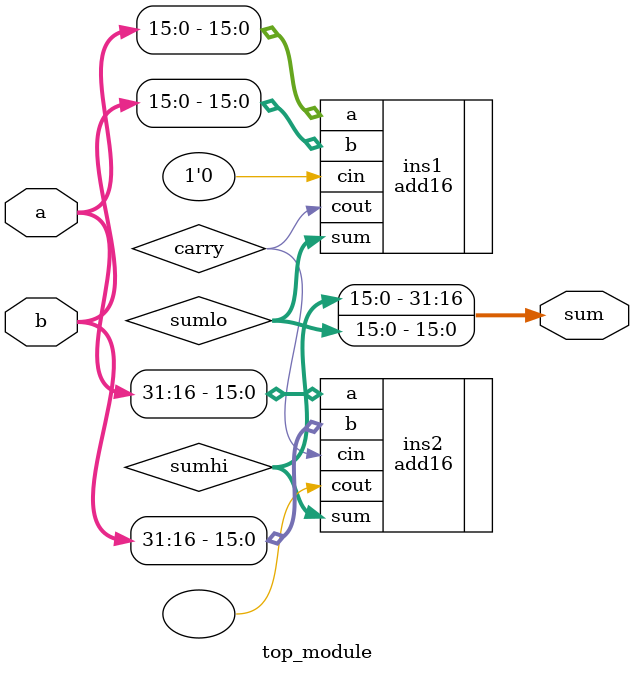
<source format=v>



module top_module
(
    input	[31:0] a,
    input	[31:0] b,
    
    output	[31:0] sum
);

wire [15:0] sumlo;
wire [15:0] sumhi;
wire		carry;

add16 ins1 (.a(a[15:0]), .b(b[15:0]), .cin(1'b0), .sum(sumlo), .cout(carry));
add16 ins2 (.a(a[31:16]), .b(b[31:16]), .cin(carry), .sum(sumhi), .cout());

assign sum = {sumhi, sumlo};

endmodule

</source>
